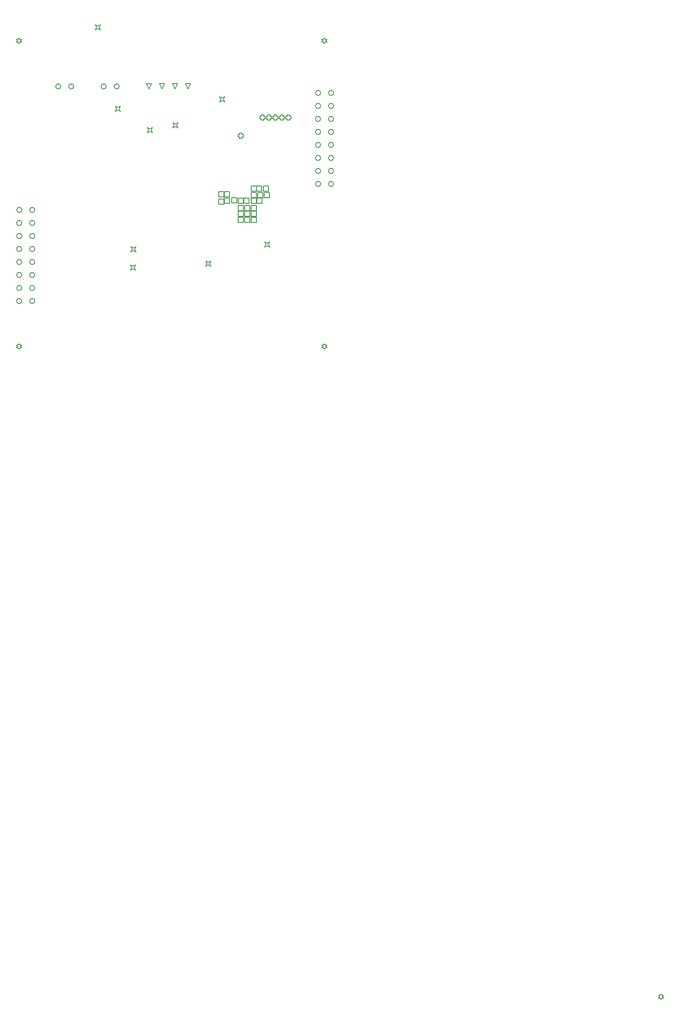
<source format=gbr>
%TF.GenerationSoftware,Altium Limited,Altium Designer,18.0.12 (696)*%
G04 Layer_Color=2752767*
%FSLAX26Y26*%
%MOIN*%
%TF.FileFunction,Drawing*%
%TF.Part,Single*%
G01*
G75*
%TA.AperFunction,NonConductor*%
%ADD104C,0.005000*%
%ADD153C,0.006667*%
D104*
X1785000Y955000D02*
Y995000D01*
X1825000D01*
Y955000D01*
X1785000D01*
X1735000D02*
Y995000D01*
X1775000D01*
Y955000D01*
X1735000D01*
X1685000D02*
Y995000D01*
X1725000D01*
Y955000D01*
X1685000D01*
X1580000Y1100000D02*
Y1140000D01*
X1620000D01*
Y1100000D01*
X1580000D01*
Y1150000D02*
Y1190000D01*
X1620000D01*
Y1150000D01*
X1580000D01*
X1535000Y1095000D02*
Y1135000D01*
X1575000D01*
Y1095000D01*
X1535000D01*
Y1150000D02*
Y1190000D01*
X1575000D01*
Y1150000D01*
X1535000D01*
X1635000Y1105000D02*
Y1145000D01*
X1675000D01*
Y1105000D01*
X1635000D01*
X1785000Y1195000D02*
Y1235000D01*
X1825000D01*
Y1195000D01*
X1785000D01*
X1825000D02*
Y1235000D01*
X1865000D01*
Y1195000D01*
X1825000D01*
X1880000D02*
Y1235000D01*
X1920000D01*
Y1195000D01*
X1880000D01*
X1885000Y1145000D02*
Y1185000D01*
X1925000D01*
Y1145000D01*
X1885000D01*
X1830000Y1100000D02*
Y1140000D01*
X1870000D01*
Y1100000D01*
X1830000D01*
X1835000Y1145000D02*
Y1185000D01*
X1875000D01*
Y1145000D01*
X1835000D01*
X1785000D02*
Y1185000D01*
X1825000D01*
Y1145000D01*
X1785000D01*
X1685000Y1100000D02*
Y1140000D01*
X1725000D01*
Y1100000D01*
X1685000D01*
X1730000D02*
Y1140000D01*
X1770000D01*
Y1100000D01*
X1730000D01*
X1785000D02*
Y1140000D01*
X1825000D01*
Y1100000D01*
X1785000D01*
Y1045000D02*
Y1085000D01*
X1825000D01*
Y1045000D01*
X1785000D01*
Y1000000D02*
Y1040000D01*
X1825000D01*
Y1000000D01*
X1785000D01*
X1685000D02*
Y1040000D01*
X1725000D01*
Y1000000D01*
X1685000D01*
Y1045000D02*
Y1085000D01*
X1725000D01*
Y1045000D01*
X1685000D01*
X1735000D02*
Y1085000D01*
X1775000D01*
Y1045000D01*
X1735000D01*
Y1000000D02*
Y1040000D01*
X1775000D01*
Y1000000D01*
X1735000D01*
X1300000Y1980000D02*
X1280000Y2020000D01*
X1320000D01*
X1300000Y1980000D01*
X1200000D02*
X1180000Y2020000D01*
X1220000D01*
X1200000Y1980000D01*
X1100000D02*
X1080000Y2020000D01*
X1120000D01*
X1100000Y1980000D01*
X1000000D02*
X980000Y2020000D01*
X1020000D01*
X1000000Y1980000D01*
X4938544Y-5019140D02*
X4948544Y-5009140D01*
X4958544D01*
X4948544Y-4999140D01*
X4958544Y-4989140D01*
X4948544D01*
X4938544Y-4979140D01*
X4928544Y-4989140D01*
X4918544D01*
X4928544Y-4999140D01*
X4918544Y-5009140D01*
X4928544D01*
X4938544Y-5019140D01*
X0Y-20000D02*
X10000Y-10000D01*
X20000D01*
X10000Y0D01*
X20000Y10000D01*
X10000D01*
X0Y20000D01*
X-10000Y10000D01*
X-20000D01*
X-10000Y0D01*
X-20000Y-10000D01*
X-10000D01*
X0Y-20000D01*
X2350000D02*
X2360000Y-10000D01*
X2370000D01*
X2360000Y0D01*
X2370000Y10000D01*
X2360000D01*
X2350000Y20000D01*
X2340000Y10000D01*
X2330000D01*
X2340000Y0D01*
X2330000Y-10000D01*
X2340000D01*
X2350000Y-20000D01*
X0Y2330000D02*
X10000Y2340000D01*
X20000D01*
X10000Y2350000D01*
X20000Y2360000D01*
X10000D01*
X0Y2370000D01*
X-10000Y2360000D01*
X-20000D01*
X-10000Y2350000D01*
X-20000Y2340000D01*
X-10000D01*
X0Y2330000D01*
X2350000D02*
X2360000Y2340000D01*
X2370000D01*
X2360000Y2350000D01*
X2370000Y2360000D01*
X2360000D01*
X2350000Y2370000D01*
X2340000Y2360000D01*
X2330000D01*
X2340000Y2350000D01*
X2330000Y2340000D01*
X2340000D01*
X2350000Y2330000D01*
X1437000Y619000D02*
X1447000Y639000D01*
X1437000Y659000D01*
X1457000Y649000D01*
X1477000Y659000D01*
X1467000Y639000D01*
X1477000Y619000D01*
X1457000Y629000D01*
X1437000Y619000D01*
X1889000Y763000D02*
X1899000Y783000D01*
X1889000Y803000D01*
X1909000Y793000D01*
X1929000Y803000D01*
X1919000Y783000D01*
X1929000Y763000D01*
X1909000Y773000D01*
X1889000Y763000D01*
X985000Y1644000D02*
X995000Y1664000D01*
X985000Y1684000D01*
X1005000Y1674000D01*
X1025000Y1684000D01*
X1015000Y1664000D01*
X1025000Y1644000D01*
X1005000Y1654000D01*
X985000Y1644000D01*
X1181000Y1680000D02*
X1191000Y1700000D01*
X1181000Y1720000D01*
X1201000Y1710000D01*
X1221000Y1720000D01*
X1211000Y1700000D01*
X1221000Y1680000D01*
X1201000Y1690000D01*
X1181000Y1680000D01*
X1542000Y1881000D02*
X1552000Y1901000D01*
X1542000Y1921000D01*
X1562000Y1911000D01*
X1582000Y1921000D01*
X1572000Y1901000D01*
X1582000Y1881000D01*
X1562000Y1891000D01*
X1542000Y1881000D01*
X857000Y589000D02*
X867000Y609000D01*
X857000Y629000D01*
X877000Y619000D01*
X897000Y629000D01*
X887000Y609000D01*
X897000Y589000D01*
X877000Y599000D01*
X857000Y589000D01*
X858000Y729000D02*
X868000Y749000D01*
X858000Y769000D01*
X878000Y759000D01*
X898000Y769000D01*
X888000Y749000D01*
X898000Y729000D01*
X878000Y739000D01*
X858000Y729000D01*
X739000Y1809000D02*
X749000Y1829000D01*
X739000Y1849000D01*
X759000Y1839000D01*
X779000Y1849000D01*
X769000Y1829000D01*
X779000Y1809000D01*
X759000Y1819000D01*
X739000Y1809000D01*
X585000Y2435000D02*
X595000Y2455000D01*
X585000Y2475000D01*
X605000Y2465000D01*
X625000Y2475000D01*
X615000Y2455000D01*
X625000Y2435000D01*
X605000Y2445000D01*
X585000Y2435000D01*
X1695000Y1611000D02*
Y1601000D01*
X1715000D01*
Y1611000D01*
X1725000D01*
Y1631000D01*
X1715000D01*
Y1641000D01*
X1695000D01*
Y1631000D01*
X1685000D01*
Y1611000D01*
X1695000D01*
X1863000Y1751000D02*
Y1741000D01*
X1883000D01*
Y1751000D01*
X1893000D01*
Y1771000D01*
X1883000D01*
Y1781000D01*
X1863000D01*
Y1771000D01*
X1853000D01*
Y1751000D01*
X1863000D01*
X1913000D02*
Y1741000D01*
X1933000D01*
Y1751000D01*
X1943000D01*
Y1771000D01*
X1933000D01*
Y1781000D01*
X1913000D01*
Y1771000D01*
X1903000D01*
Y1751000D01*
X1913000D01*
X1963000D02*
Y1741000D01*
X1983000D01*
Y1751000D01*
X1993000D01*
Y1771000D01*
X1983000D01*
Y1781000D01*
X1963000D01*
Y1771000D01*
X1953000D01*
Y1751000D01*
X1963000D01*
X2013000D02*
Y1741000D01*
X2033000D01*
Y1751000D01*
X2043000D01*
Y1771000D01*
X2033000D01*
Y1781000D01*
X2013000D01*
Y1771000D01*
X2003000D01*
Y1751000D01*
X2013000D01*
X2063000D02*
Y1741000D01*
X2083000D01*
Y1751000D01*
X2093000D01*
Y1771000D01*
X2083000D01*
Y1781000D01*
X2063000D01*
Y1771000D01*
X2053000D01*
Y1751000D01*
X2063000D01*
D153*
X320000Y2000000D02*
G03*
X320000Y2000000I-20000J0D01*
G01*
X420000D02*
G03*
X420000Y2000000I-20000J0D01*
G01*
X770000D02*
G03*
X770000Y2000000I-20000J0D01*
G01*
X670000D02*
G03*
X670000Y2000000I-20000J0D01*
G01*
X2420000Y1950000D02*
G03*
X2420000Y1950000I-20000J0D01*
G01*
Y1850000D02*
G03*
X2420000Y1850000I-20000J0D01*
G01*
Y1750000D02*
G03*
X2420000Y1750000I-20000J0D01*
G01*
Y1650000D02*
G03*
X2420000Y1650000I-20000J0D01*
G01*
Y1550000D02*
G03*
X2420000Y1550000I-20000J0D01*
G01*
X2320000Y1950000D02*
G03*
X2320000Y1950000I-20000J0D01*
G01*
Y1850000D02*
G03*
X2320000Y1850000I-20000J0D01*
G01*
Y1750000D02*
G03*
X2320000Y1750000I-20000J0D01*
G01*
Y1650000D02*
G03*
X2320000Y1650000I-20000J0D01*
G01*
Y1550000D02*
G03*
X2320000Y1550000I-20000J0D01*
G01*
X2420000Y1450000D02*
G03*
X2420000Y1450000I-20000J0D01*
G01*
Y1350000D02*
G03*
X2420000Y1350000I-20000J0D01*
G01*
Y1250000D02*
G03*
X2420000Y1250000I-20000J0D01*
G01*
X2320000Y1450000D02*
G03*
X2320000Y1450000I-20000J0D01*
G01*
Y1350000D02*
G03*
X2320000Y1350000I-20000J0D01*
G01*
Y1250000D02*
G03*
X2320000Y1250000I-20000J0D01*
G01*
X120000Y1050000D02*
G03*
X120000Y1050000I-20000J0D01*
G01*
Y950000D02*
G03*
X120000Y950000I-20000J0D01*
G01*
Y850000D02*
G03*
X120000Y850000I-20000J0D01*
G01*
Y750000D02*
G03*
X120000Y750000I-20000J0D01*
G01*
Y650000D02*
G03*
X120000Y650000I-20000J0D01*
G01*
X20000Y1050000D02*
G03*
X20000Y1050000I-20000J0D01*
G01*
Y950000D02*
G03*
X20000Y950000I-20000J0D01*
G01*
Y850000D02*
G03*
X20000Y850000I-20000J0D01*
G01*
Y750000D02*
G03*
X20000Y750000I-20000J0D01*
G01*
Y650000D02*
G03*
X20000Y650000I-20000J0D01*
G01*
X120000Y550000D02*
G03*
X120000Y550000I-20000J0D01*
G01*
Y450000D02*
G03*
X120000Y450000I-20000J0D01*
G01*
Y350000D02*
G03*
X120000Y350000I-20000J0D01*
G01*
X20000Y550000D02*
G03*
X20000Y550000I-20000J0D01*
G01*
Y450000D02*
G03*
X20000Y450000I-20000J0D01*
G01*
Y350000D02*
G03*
X20000Y350000I-20000J0D01*
G01*
%TF.MD5,e72e6728bfd6d535ff05aec9a3989ac1*%
M02*

</source>
